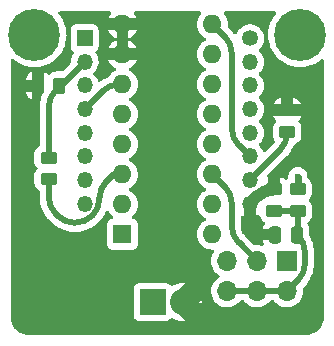
<source format=gbl>
G04 #@! TF.GenerationSoftware,KiCad,Pcbnew,(6.0.2)*
G04 #@! TF.CreationDate,2022-09-28T01:57:45+02:00*
G04 #@! TF.ProjectId,Tiny-Power-Meter,54696e79-2d50-46f7-9765-722d4d657465,rev?*
G04 #@! TF.SameCoordinates,Original*
G04 #@! TF.FileFunction,Copper,L2,Bot*
G04 #@! TF.FilePolarity,Positive*
%FSLAX46Y46*%
G04 Gerber Fmt 4.6, Leading zero omitted, Abs format (unit mm)*
G04 Created by KiCad (PCBNEW (6.0.2)) date 2022-09-28 01:57:45*
%MOMM*%
%LPD*%
G01*
G04 APERTURE LIST*
G04 Aperture macros list*
%AMRoundRect*
0 Rectangle with rounded corners*
0 $1 Rounding radius*
0 $2 $3 $4 $5 $6 $7 $8 $9 X,Y pos of 4 corners*
0 Add a 4 corners polygon primitive as box body*
4,1,4,$2,$3,$4,$5,$6,$7,$8,$9,$2,$3,0*
0 Add four circle primitives for the rounded corners*
1,1,$1+$1,$2,$3*
1,1,$1+$1,$4,$5*
1,1,$1+$1,$6,$7*
1,1,$1+$1,$8,$9*
0 Add four rect primitives between the rounded corners*
20,1,$1+$1,$2,$3,$4,$5,0*
20,1,$1+$1,$4,$5,$6,$7,0*
20,1,$1+$1,$6,$7,$8,$9,0*
20,1,$1+$1,$8,$9,$2,$3,0*%
G04 Aperture macros list end*
G04 #@! TA.AperFunction,ComponentPad*
%ADD10R,2.200000X2.200000*%
G04 #@! TD*
G04 #@! TA.AperFunction,ComponentPad*
%ADD11C,2.200000*%
G04 #@! TD*
G04 #@! TA.AperFunction,ComponentPad*
%ADD12R,1.350000X1.350000*%
G04 #@! TD*
G04 #@! TA.AperFunction,ComponentPad*
%ADD13O,1.350000X1.350000*%
G04 #@! TD*
G04 #@! TA.AperFunction,ComponentPad*
%ADD14C,1.350000*%
G04 #@! TD*
G04 #@! TA.AperFunction,ComponentPad*
%ADD15R,1.700000X1.700000*%
G04 #@! TD*
G04 #@! TA.AperFunction,ComponentPad*
%ADD16O,1.700000X1.700000*%
G04 #@! TD*
G04 #@! TA.AperFunction,ComponentPad*
%ADD17C,0.700000*%
G04 #@! TD*
G04 #@! TA.AperFunction,ComponentPad*
%ADD18C,4.400000*%
G04 #@! TD*
G04 #@! TA.AperFunction,SMDPad,CuDef*
%ADD19RoundRect,0.250000X0.450000X-0.262500X0.450000X0.262500X-0.450000X0.262500X-0.450000X-0.262500X0*%
G04 #@! TD*
G04 #@! TA.AperFunction,SMDPad,CuDef*
%ADD20RoundRect,0.250000X0.262500X0.450000X-0.262500X0.450000X-0.262500X-0.450000X0.262500X-0.450000X0*%
G04 #@! TD*
G04 #@! TA.AperFunction,SMDPad,CuDef*
%ADD21RoundRect,0.250000X-0.450000X0.262500X-0.450000X-0.262500X0.450000X-0.262500X0.450000X0.262500X0*%
G04 #@! TD*
G04 #@! TA.AperFunction,ComponentPad*
%ADD22O,1.600000X1.600000*%
G04 #@! TD*
G04 #@! TA.AperFunction,ComponentPad*
%ADD23R,1.600000X1.600000*%
G04 #@! TD*
G04 #@! TA.AperFunction,SMDPad,CuDef*
%ADD24RoundRect,0.250000X-0.250000X-0.475000X0.250000X-0.475000X0.250000X0.475000X-0.250000X0.475000X0*%
G04 #@! TD*
G04 #@! TA.AperFunction,ViaPad*
%ADD25C,0.600000*%
G04 #@! TD*
G04 #@! TA.AperFunction,Conductor*
%ADD26C,1.000000*%
G04 #@! TD*
G04 #@! TA.AperFunction,Conductor*
%ADD27C,0.600000*%
G04 #@! TD*
G04 #@! TA.AperFunction,Conductor*
%ADD28C,0.500000*%
G04 #@! TD*
G04 APERTURE END LIST*
D10*
X148800000Y-93100000D03*
D11*
X151340000Y-93100000D03*
D12*
X143045000Y-70780000D03*
D13*
X143045000Y-72780000D03*
X143045000Y-74780000D03*
X143045000Y-76780000D03*
X143045000Y-78780000D03*
X143045000Y-80780000D03*
X143045000Y-82780000D03*
X143045000Y-84780000D03*
X157045000Y-84780000D03*
X157045000Y-82780000D03*
X157045000Y-80780000D03*
X157045000Y-78780000D03*
X157045000Y-76780000D03*
X157045000Y-74780000D03*
X157045000Y-72780000D03*
D14*
X157045000Y-70780000D03*
D15*
X160200000Y-89650000D03*
D16*
X160200000Y-92190000D03*
X157660000Y-89650000D03*
X157660000Y-92190000D03*
X155120000Y-89650000D03*
X155120000Y-92190000D03*
D17*
X162466726Y-71666726D03*
X162950000Y-70500000D03*
X162466726Y-69333274D03*
X161300000Y-72150000D03*
X160133274Y-71666726D03*
X161300000Y-68850000D03*
X159650000Y-70500000D03*
D18*
X161300000Y-70500000D03*
D17*
X160133274Y-69333274D03*
X139966726Y-71666726D03*
X140450000Y-70500000D03*
X137633274Y-71666726D03*
X139966726Y-69333274D03*
X137150000Y-70500000D03*
X138800000Y-72150000D03*
X137633274Y-69333274D03*
X138800000Y-68850000D03*
D18*
X138800000Y-70500000D03*
D19*
X160200000Y-78712500D03*
X160200000Y-76887500D03*
X140000000Y-82712500D03*
X140000000Y-80887500D03*
D20*
X140912500Y-74800000D03*
X139087500Y-74800000D03*
D19*
X159100000Y-85412500D03*
X159100000Y-83587500D03*
D21*
X161100000Y-83587500D03*
X161100000Y-85412500D03*
D22*
X153870000Y-87375000D03*
X153870000Y-84835000D03*
X153870000Y-82295000D03*
X153870000Y-79755000D03*
X153870000Y-77215000D03*
X153870000Y-74675000D03*
X153870000Y-72135000D03*
X153870000Y-69595000D03*
X146250000Y-69595000D03*
X146250000Y-72135000D03*
X146250000Y-74675000D03*
X146250000Y-77215000D03*
X146250000Y-79755000D03*
X146250000Y-82295000D03*
X146250000Y-84835000D03*
D23*
X146250000Y-87375000D03*
D24*
X159150000Y-87400000D03*
X161050000Y-87400000D03*
D25*
X145800000Y-92100000D03*
X137260000Y-94950000D03*
X138300000Y-85000000D03*
X161100000Y-82500000D03*
D26*
X157651713Y-84173287D02*
X157045000Y-84780000D01*
X159100000Y-83587500D02*
X159065927Y-83587500D01*
X159065927Y-83587501D02*
G75*
G03*
X157651714Y-84173288I0J-1999999D01*
G01*
D27*
X161100000Y-83587500D02*
X161100000Y-82500000D01*
D28*
X140000000Y-84221573D02*
X140000000Y-82800000D01*
X143714213Y-85785787D02*
X143685786Y-85814214D01*
X140764213Y-85814213D02*
X140585786Y-85635786D01*
X142271573Y-86400000D02*
X142178427Y-86400000D01*
X144300000Y-84328427D02*
X144300000Y-84371573D01*
X146250000Y-82295000D02*
X145505000Y-82295000D01*
X145505000Y-82295000D02*
X144885786Y-82914214D01*
X140764213Y-85814213D02*
G75*
G03*
X142178427Y-86400000I1414214J1414213D01*
G01*
X143714213Y-85785787D02*
G75*
G03*
X144300000Y-84371573I-1414213J1414214D01*
G01*
X140585786Y-85635786D02*
G75*
G02*
X140000000Y-84221573I1414214J1414213D01*
G01*
X144300001Y-84328427D02*
G75*
G02*
X144885787Y-82914215I1999999J0D01*
G01*
X142271573Y-86399999D02*
G75*
G03*
X143685785Y-85814213I0J1999999D01*
G01*
X141000000Y-74800000D02*
X141025000Y-74800000D01*
X140000000Y-76628427D02*
X140000000Y-80800000D01*
X141025000Y-74800000D02*
X143045000Y-72780000D01*
X141000000Y-74800000D02*
X140585786Y-75214214D01*
X140585786Y-75214214D02*
G75*
G03*
X140000000Y-76628427I1414214J-1414213D01*
G01*
X155500000Y-84753427D02*
X155500000Y-86661573D01*
X153870000Y-82295000D02*
X154914214Y-83339214D01*
X156085787Y-88075787D02*
X157660000Y-89650000D01*
X156085787Y-88075787D02*
G75*
G02*
X155500000Y-86661573I1414213J1414214D01*
G01*
X155499999Y-84753427D02*
G75*
G03*
X154914213Y-83339215I-1999999J0D01*
G01*
X160200000Y-78796573D02*
X160200000Y-78712500D01*
X157045000Y-82780000D02*
X159614214Y-80210786D01*
X160199999Y-78796573D02*
G75*
G02*
X159614213Y-80210785I-1999999J0D01*
G01*
X146250000Y-74675000D02*
X145978427Y-74675000D01*
X144564213Y-75260787D02*
X143045000Y-76780000D01*
X144564213Y-75260787D02*
G75*
G02*
X145978427Y-74675000I1414214J-1414213D01*
G01*
X160200000Y-92190000D02*
X157660000Y-92190000D01*
X161050000Y-87400000D02*
X161114214Y-87464214D01*
X161100000Y-87350000D02*
X161050000Y-87400000D01*
X155120000Y-92190000D02*
X157660000Y-92190000D01*
X161100000Y-85412500D02*
X161100000Y-87350000D01*
X161700000Y-88878427D02*
X161700000Y-89861573D01*
X159100000Y-85412500D02*
X161100000Y-85412500D01*
X161114213Y-91275787D02*
X160200000Y-92190000D01*
X161699999Y-88878427D02*
G75*
G03*
X161114213Y-87464215I-1999999J0D01*
G01*
X161114213Y-91275787D02*
G75*
G03*
X161700000Y-89861573I-1414213J1414214D01*
G01*
X153870000Y-69595000D02*
X154914214Y-70639214D01*
X156085787Y-79820787D02*
X157045000Y-80780000D01*
X155500000Y-72053427D02*
X155500000Y-78406573D01*
X156085787Y-79820787D02*
G75*
G02*
X155500000Y-78406573I1414213J1414214D01*
G01*
X154914214Y-70639214D02*
G75*
G02*
X155500000Y-72053427I-1414214J-1414213D01*
G01*
G04 #@! TA.AperFunction,Conductor*
G36*
X145251140Y-68528002D02*
G01*
X145297633Y-68581658D01*
X145307737Y-68651932D01*
X145278243Y-68716512D01*
X145272114Y-68723095D01*
X145248084Y-68747125D01*
X145241028Y-68755533D01*
X145116069Y-68933993D01*
X145110586Y-68943489D01*
X145047591Y-69078583D01*
X145045474Y-69092523D01*
X145049262Y-69095000D01*
X147441949Y-69095000D01*
X147455480Y-69091027D01*
X147456123Y-69086550D01*
X147389414Y-68943489D01*
X147383931Y-68933993D01*
X147258972Y-68755533D01*
X147251916Y-68747125D01*
X147227886Y-68723095D01*
X147193860Y-68660783D01*
X147198925Y-68589968D01*
X147241472Y-68533132D01*
X147307992Y-68508321D01*
X147316981Y-68508000D01*
X152802312Y-68508000D01*
X152870433Y-68528002D01*
X152916926Y-68581658D01*
X152927030Y-68651932D01*
X152897536Y-68716512D01*
X152891407Y-68723095D01*
X152863802Y-68750700D01*
X152732477Y-68938251D01*
X152730154Y-68943233D01*
X152730151Y-68943238D01*
X152663324Y-69086550D01*
X152635716Y-69145757D01*
X152634294Y-69151065D01*
X152634293Y-69151067D01*
X152615500Y-69221204D01*
X152576457Y-69366913D01*
X152556502Y-69595000D01*
X152576457Y-69823087D01*
X152577881Y-69828400D01*
X152577881Y-69828402D01*
X152624542Y-70002540D01*
X152635716Y-70044243D01*
X152638039Y-70049224D01*
X152638039Y-70049225D01*
X152730151Y-70246762D01*
X152730154Y-70246767D01*
X152732477Y-70251749D01*
X152735634Y-70256257D01*
X152855112Y-70426889D01*
X152863802Y-70439300D01*
X153025700Y-70601198D01*
X153030208Y-70604355D01*
X153030211Y-70604357D01*
X153082801Y-70641181D01*
X153213251Y-70732523D01*
X153218233Y-70734846D01*
X153218238Y-70734849D01*
X153252457Y-70750805D01*
X153305742Y-70797722D01*
X153325203Y-70865999D01*
X153304661Y-70933959D01*
X153252457Y-70979195D01*
X153218238Y-70995151D01*
X153218233Y-70995154D01*
X153213251Y-70997477D01*
X153127578Y-71057466D01*
X153030211Y-71125643D01*
X153030208Y-71125645D01*
X153025700Y-71128802D01*
X152863802Y-71290700D01*
X152732477Y-71478251D01*
X152730154Y-71483233D01*
X152730151Y-71483238D01*
X152663324Y-71626550D01*
X152635716Y-71685757D01*
X152634294Y-71691065D01*
X152634293Y-71691067D01*
X152584441Y-71877116D01*
X152576457Y-71906913D01*
X152556502Y-72135000D01*
X152576457Y-72363087D01*
X152577881Y-72368400D01*
X152577881Y-72368402D01*
X152625899Y-72547604D01*
X152635716Y-72584243D01*
X152638039Y-72589224D01*
X152638039Y-72589225D01*
X152730151Y-72786762D01*
X152730154Y-72786767D01*
X152732477Y-72791749D01*
X152863802Y-72979300D01*
X153025700Y-73141198D01*
X153030208Y-73144355D01*
X153030211Y-73144357D01*
X153031972Y-73145590D01*
X153213251Y-73272523D01*
X153218233Y-73274846D01*
X153218238Y-73274849D01*
X153252457Y-73290805D01*
X153305742Y-73337722D01*
X153325203Y-73405999D01*
X153304661Y-73473959D01*
X153252457Y-73519195D01*
X153218238Y-73535151D01*
X153218233Y-73535154D01*
X153213251Y-73537477D01*
X153135617Y-73591837D01*
X153030211Y-73665643D01*
X153030208Y-73665645D01*
X153025700Y-73668802D01*
X152863802Y-73830700D01*
X152860645Y-73835208D01*
X152860643Y-73835211D01*
X152838007Y-73867539D01*
X152732477Y-74018251D01*
X152730154Y-74023233D01*
X152730151Y-74023238D01*
X152703683Y-74080000D01*
X152635716Y-74225757D01*
X152634294Y-74231065D01*
X152634293Y-74231067D01*
X152577881Y-74441598D01*
X152576457Y-74446913D01*
X152556502Y-74675000D01*
X152576457Y-74903087D01*
X152635716Y-75124243D01*
X152638039Y-75129224D01*
X152638039Y-75129225D01*
X152730151Y-75326762D01*
X152730154Y-75326767D01*
X152732477Y-75331749D01*
X152863802Y-75519300D01*
X153025700Y-75681198D01*
X153030208Y-75684355D01*
X153030211Y-75684357D01*
X153076933Y-75717072D01*
X153213251Y-75812523D01*
X153218233Y-75814846D01*
X153218238Y-75814849D01*
X153252457Y-75830805D01*
X153305742Y-75877722D01*
X153325203Y-75945999D01*
X153304661Y-76013959D01*
X153252457Y-76059195D01*
X153218238Y-76075151D01*
X153218233Y-76075154D01*
X153213251Y-76077477D01*
X153140920Y-76128124D01*
X153030211Y-76205643D01*
X153030208Y-76205645D01*
X153025700Y-76208802D01*
X152863802Y-76370700D01*
X152860645Y-76375208D01*
X152860643Y-76375211D01*
X152852038Y-76387500D01*
X152732477Y-76558251D01*
X152730154Y-76563233D01*
X152730151Y-76563238D01*
X152640894Y-76754653D01*
X152635716Y-76765757D01*
X152634294Y-76771065D01*
X152634293Y-76771067D01*
X152580578Y-76971534D01*
X152576457Y-76986913D01*
X152556502Y-77215000D01*
X152576457Y-77443087D01*
X152577881Y-77448400D01*
X152577881Y-77448402D01*
X152624970Y-77624137D01*
X152635716Y-77664243D01*
X152638039Y-77669224D01*
X152638039Y-77669225D01*
X152730151Y-77866762D01*
X152730154Y-77866767D01*
X152732477Y-77871749D01*
X152863802Y-78059300D01*
X153025700Y-78221198D01*
X153030208Y-78224355D01*
X153030211Y-78224357D01*
X153108389Y-78279098D01*
X153213251Y-78352523D01*
X153218233Y-78354846D01*
X153218238Y-78354849D01*
X153252457Y-78370805D01*
X153305742Y-78417722D01*
X153325203Y-78485999D01*
X153304661Y-78553959D01*
X153252457Y-78599195D01*
X153218238Y-78615151D01*
X153218233Y-78615154D01*
X153213251Y-78617477D01*
X153181892Y-78639435D01*
X153030211Y-78745643D01*
X153030208Y-78745645D01*
X153025700Y-78748802D01*
X152863802Y-78910700D01*
X152732477Y-79098251D01*
X152730154Y-79103233D01*
X152730151Y-79103238D01*
X152655451Y-79263435D01*
X152635716Y-79305757D01*
X152634294Y-79311065D01*
X152634293Y-79311067D01*
X152595014Y-79457659D01*
X152576457Y-79526913D01*
X152556502Y-79755000D01*
X152576457Y-79983087D01*
X152577881Y-79988400D01*
X152577881Y-79988402D01*
X152624115Y-80160946D01*
X152635716Y-80204243D01*
X152638039Y-80209224D01*
X152638039Y-80209225D01*
X152730151Y-80406762D01*
X152730154Y-80406767D01*
X152732477Y-80411749D01*
X152778151Y-80476978D01*
X152848794Y-80577866D01*
X152863802Y-80599300D01*
X153025700Y-80761198D01*
X153030208Y-80764355D01*
X153030211Y-80764357D01*
X153068376Y-80791080D01*
X153213251Y-80892523D01*
X153218233Y-80894846D01*
X153218238Y-80894849D01*
X153252457Y-80910805D01*
X153305742Y-80957722D01*
X153325203Y-81025999D01*
X153304661Y-81093959D01*
X153252457Y-81139195D01*
X153218238Y-81155151D01*
X153218233Y-81155154D01*
X153213251Y-81157477D01*
X153108389Y-81230902D01*
X153030211Y-81285643D01*
X153030208Y-81285645D01*
X153025700Y-81288802D01*
X152863802Y-81450700D01*
X152860645Y-81455208D01*
X152860643Y-81455211D01*
X152805902Y-81533389D01*
X152732477Y-81638251D01*
X152730154Y-81643233D01*
X152730151Y-81643238D01*
X152648460Y-81818427D01*
X152635716Y-81845757D01*
X152634294Y-81851065D01*
X152634293Y-81851067D01*
X152599242Y-81981880D01*
X152576457Y-82066913D01*
X152556502Y-82295000D01*
X152576457Y-82523087D01*
X152577881Y-82528400D01*
X152577881Y-82528402D01*
X152632132Y-82730866D01*
X152635716Y-82744243D01*
X152638039Y-82749224D01*
X152638039Y-82749225D01*
X152730151Y-82946762D01*
X152730154Y-82946767D01*
X152732477Y-82951749D01*
X152786324Y-83028650D01*
X152857193Y-83129861D01*
X152863802Y-83139300D01*
X153025700Y-83301198D01*
X153030208Y-83304355D01*
X153030211Y-83304357D01*
X153031381Y-83305176D01*
X153213251Y-83432523D01*
X153218233Y-83434846D01*
X153218238Y-83434849D01*
X153252457Y-83450805D01*
X153305742Y-83497722D01*
X153325203Y-83565999D01*
X153304661Y-83633959D01*
X153252457Y-83679195D01*
X153218238Y-83695151D01*
X153218233Y-83695154D01*
X153213251Y-83697477D01*
X153124628Y-83759532D01*
X153030211Y-83825643D01*
X153030208Y-83825645D01*
X153025700Y-83828802D01*
X152863802Y-83990700D01*
X152860645Y-83995208D01*
X152860643Y-83995211D01*
X152836549Y-84029621D01*
X152732477Y-84178251D01*
X152730154Y-84183233D01*
X152730151Y-84183238D01*
X152664351Y-84324348D01*
X152635716Y-84385757D01*
X152634294Y-84391065D01*
X152634293Y-84391067D01*
X152630318Y-84405901D01*
X152576457Y-84606913D01*
X152556502Y-84835000D01*
X152576457Y-85063087D01*
X152577881Y-85068400D01*
X152577881Y-85068402D01*
X152626899Y-85251336D01*
X152635716Y-85284243D01*
X152638039Y-85289224D01*
X152638039Y-85289225D01*
X152730151Y-85486762D01*
X152730154Y-85486767D01*
X152732477Y-85491749D01*
X152774605Y-85551914D01*
X152859734Y-85673490D01*
X152863802Y-85679300D01*
X153025700Y-85841198D01*
X153030208Y-85844355D01*
X153030211Y-85844357D01*
X153040664Y-85851676D01*
X153213251Y-85972523D01*
X153218233Y-85974846D01*
X153218238Y-85974849D01*
X153252457Y-85990805D01*
X153305742Y-86037722D01*
X153325203Y-86105999D01*
X153304661Y-86173959D01*
X153252457Y-86219195D01*
X153218238Y-86235151D01*
X153218233Y-86235154D01*
X153213251Y-86237477D01*
X153155170Y-86278146D01*
X153030211Y-86365643D01*
X153030208Y-86365645D01*
X153025700Y-86368802D01*
X152863802Y-86530700D01*
X152732477Y-86718251D01*
X152730154Y-86723233D01*
X152730151Y-86723238D01*
X152638039Y-86920775D01*
X152635716Y-86925757D01*
X152634294Y-86931065D01*
X152634293Y-86931067D01*
X152586881Y-87108009D01*
X152576457Y-87146913D01*
X152556502Y-87375000D01*
X152576457Y-87603087D01*
X152577881Y-87608400D01*
X152577881Y-87608402D01*
X152634237Y-87818722D01*
X152635716Y-87824243D01*
X152638039Y-87829224D01*
X152638039Y-87829225D01*
X152730151Y-88026762D01*
X152730154Y-88026767D01*
X152732477Y-88031749D01*
X152763961Y-88076712D01*
X152847461Y-88195962D01*
X152863802Y-88219300D01*
X153025700Y-88381198D01*
X153030208Y-88384355D01*
X153030211Y-88384357D01*
X153062032Y-88406638D01*
X153213251Y-88512523D01*
X153218233Y-88514846D01*
X153218238Y-88514849D01*
X153300687Y-88553295D01*
X153420757Y-88609284D01*
X153426065Y-88610706D01*
X153426067Y-88610707D01*
X153636598Y-88667119D01*
X153636600Y-88667119D01*
X153641913Y-88668543D01*
X153870000Y-88688498D01*
X153875475Y-88688019D01*
X153875485Y-88688019D01*
X153882970Y-88687364D01*
X153952575Y-88701351D01*
X154003568Y-88750750D01*
X154019759Y-88819876D01*
X153998043Y-88883886D01*
X153934743Y-88976680D01*
X153840688Y-89179305D01*
X153780989Y-89394570D01*
X153757251Y-89616695D01*
X153770110Y-89839715D01*
X153771247Y-89844761D01*
X153771248Y-89844767D01*
X153785315Y-89907184D01*
X153819222Y-90057639D01*
X153903266Y-90264616D01*
X153940685Y-90325678D01*
X154017291Y-90450688D01*
X154019987Y-90455088D01*
X154166250Y-90623938D01*
X154338126Y-90766632D01*
X154408595Y-90807811D01*
X154411445Y-90809476D01*
X154460169Y-90861114D01*
X154473240Y-90930897D01*
X154446509Y-90996669D01*
X154406055Y-91030027D01*
X154393607Y-91036507D01*
X154389474Y-91039610D01*
X154389471Y-91039612D01*
X154219100Y-91167530D01*
X154214965Y-91170635D01*
X154060629Y-91332138D01*
X154057720Y-91336403D01*
X154057714Y-91336411D01*
X154018900Y-91393311D01*
X153934743Y-91516680D01*
X153888666Y-91615944D01*
X153843208Y-91713877D01*
X153840688Y-91719305D01*
X153780989Y-91934570D01*
X153757251Y-92156695D01*
X153757548Y-92161848D01*
X153757548Y-92161851D01*
X153763011Y-92256590D01*
X153770110Y-92379715D01*
X153771247Y-92384761D01*
X153771248Y-92384767D01*
X153791119Y-92472939D01*
X153819222Y-92597639D01*
X153903266Y-92804616D01*
X154019987Y-92995088D01*
X154166250Y-93163938D01*
X154338126Y-93306632D01*
X154531000Y-93419338D01*
X154739692Y-93499030D01*
X154744760Y-93500061D01*
X154744763Y-93500062D01*
X154852017Y-93521883D01*
X154958597Y-93543567D01*
X154963772Y-93543757D01*
X154963774Y-93543757D01*
X155176673Y-93551564D01*
X155176677Y-93551564D01*
X155181837Y-93551753D01*
X155186957Y-93551097D01*
X155186959Y-93551097D01*
X155398288Y-93524025D01*
X155398289Y-93524025D01*
X155403416Y-93523368D01*
X155408366Y-93521883D01*
X155612429Y-93460661D01*
X155612434Y-93460659D01*
X155617384Y-93459174D01*
X155817994Y-93360896D01*
X155999860Y-93231173D01*
X156158096Y-93073489D01*
X156210203Y-93000974D01*
X156266198Y-92957326D01*
X156312526Y-92948500D01*
X156462491Y-92948500D01*
X156530612Y-92968502D01*
X156559402Y-92995595D01*
X156559987Y-92995088D01*
X156706250Y-93163938D01*
X156878126Y-93306632D01*
X157071000Y-93419338D01*
X157279692Y-93499030D01*
X157284760Y-93500061D01*
X157284763Y-93500062D01*
X157392017Y-93521883D01*
X157498597Y-93543567D01*
X157503772Y-93543757D01*
X157503774Y-93543757D01*
X157716673Y-93551564D01*
X157716677Y-93551564D01*
X157721837Y-93551753D01*
X157726957Y-93551097D01*
X157726959Y-93551097D01*
X157938288Y-93524025D01*
X157938289Y-93524025D01*
X157943416Y-93523368D01*
X157948366Y-93521883D01*
X158152429Y-93460661D01*
X158152434Y-93460659D01*
X158157384Y-93459174D01*
X158357994Y-93360896D01*
X158539860Y-93231173D01*
X158698096Y-93073489D01*
X158750203Y-93000974D01*
X158806198Y-92957326D01*
X158852526Y-92948500D01*
X159002491Y-92948500D01*
X159070612Y-92968502D01*
X159099402Y-92995595D01*
X159099987Y-92995088D01*
X159246250Y-93163938D01*
X159418126Y-93306632D01*
X159611000Y-93419338D01*
X159819692Y-93499030D01*
X159824760Y-93500061D01*
X159824763Y-93500062D01*
X159932017Y-93521883D01*
X160038597Y-93543567D01*
X160043772Y-93543757D01*
X160043774Y-93543757D01*
X160256673Y-93551564D01*
X160256677Y-93551564D01*
X160261837Y-93551753D01*
X160266957Y-93551097D01*
X160266959Y-93551097D01*
X160478288Y-93524025D01*
X160478289Y-93524025D01*
X160483416Y-93523368D01*
X160488366Y-93521883D01*
X160692429Y-93460661D01*
X160692434Y-93460659D01*
X160697384Y-93459174D01*
X160897994Y-93360896D01*
X161079860Y-93231173D01*
X161238096Y-93073489D01*
X161297594Y-92990689D01*
X161365435Y-92896277D01*
X161368453Y-92892077D01*
X161467430Y-92691811D01*
X161532370Y-92478069D01*
X161561529Y-92256590D01*
X161563156Y-92190000D01*
X161545870Y-91979747D01*
X161560223Y-91910219D01*
X161582351Y-91880330D01*
X161606603Y-91856078D01*
X161619869Y-91844545D01*
X161620831Y-91843820D01*
X161638665Y-91830381D01*
X161653947Y-91815521D01*
X161666157Y-91800226D01*
X161671230Y-91794264D01*
X161834921Y-91613658D01*
X161863223Y-91575498D01*
X161994532Y-91398447D01*
X161996375Y-91395962D01*
X162135714Y-91163490D01*
X162163975Y-91103738D01*
X162250275Y-90921270D01*
X162250275Y-90921269D01*
X162251595Y-90918479D01*
X162342904Y-90663289D01*
X162353740Y-90620031D01*
X162408009Y-90403373D01*
X162408759Y-90400379D01*
X162448528Y-90132280D01*
X162452195Y-90057639D01*
X162456820Y-89963487D01*
X162457413Y-89957576D01*
X162457808Y-89955963D01*
X162458500Y-89944809D01*
X162458500Y-89932379D01*
X162458652Y-89926193D01*
X162459306Y-89912889D01*
X162460380Y-89901542D01*
X162462449Y-89886819D01*
X162462450Y-89886807D01*
X162463001Y-89882886D01*
X162463299Y-89861573D01*
X162459285Y-89825786D01*
X162458500Y-89811742D01*
X162458500Y-88940578D01*
X162459726Y-88923042D01*
X162462452Y-88903648D01*
X162462452Y-88903645D01*
X162463001Y-88899740D01*
X162463299Y-88878427D01*
X162461117Y-88858973D01*
X162460484Y-88851112D01*
X162448679Y-88610810D01*
X162448679Y-88610805D01*
X162448527Y-88607721D01*
X162408758Y-88339622D01*
X162387983Y-88256684D01*
X162343655Y-88079712D01*
X162343652Y-88079702D01*
X162342903Y-88076712D01*
X162326607Y-88031166D01*
X162252635Y-87824429D01*
X162251595Y-87821522D01*
X162135713Y-87576512D01*
X162076426Y-87477597D01*
X162058500Y-87412820D01*
X162058500Y-86874600D01*
X162058163Y-86871350D01*
X162048238Y-86775692D01*
X162048237Y-86775688D01*
X162047526Y-86768834D01*
X162023882Y-86697963D01*
X161993868Y-86608002D01*
X161991550Y-86601054D01*
X161920355Y-86486004D01*
X161901517Y-86417553D01*
X161922678Y-86349784D01*
X161961196Y-86312558D01*
X162018120Y-86277332D01*
X162024348Y-86273478D01*
X162149305Y-86148303D01*
X162154026Y-86140644D01*
X162238275Y-86003968D01*
X162238276Y-86003966D01*
X162242115Y-85997738D01*
X162274841Y-85899071D01*
X162295632Y-85836389D01*
X162295632Y-85836387D01*
X162297797Y-85829861D01*
X162298717Y-85820887D01*
X162305640Y-85753311D01*
X162308500Y-85725400D01*
X162308500Y-85099600D01*
X162307524Y-85090190D01*
X162298238Y-85000692D01*
X162298237Y-85000688D01*
X162297526Y-84993834D01*
X162288218Y-84965933D01*
X162243868Y-84833002D01*
X162241550Y-84826054D01*
X162148478Y-84675652D01*
X162061891Y-84589216D01*
X162027812Y-84526934D01*
X162032815Y-84456114D01*
X162061736Y-84411025D01*
X162144134Y-84328483D01*
X162149305Y-84323303D01*
X162168979Y-84291386D01*
X162238275Y-84178968D01*
X162238276Y-84178966D01*
X162242115Y-84172738D01*
X162297797Y-84004861D01*
X162301741Y-83966373D01*
X162303243Y-83951712D01*
X162308500Y-83900400D01*
X162308500Y-83274600D01*
X162297526Y-83168834D01*
X162286702Y-83136389D01*
X162243868Y-83008002D01*
X162241550Y-83001054D01*
X162148478Y-82850652D01*
X162023303Y-82725695D01*
X162017075Y-82721856D01*
X162017070Y-82721852D01*
X161968383Y-82691841D01*
X161920890Y-82639069D01*
X161908500Y-82584582D01*
X161908500Y-82565676D01*
X161909726Y-82548140D01*
X161912748Y-82526639D01*
X161912748Y-82526636D01*
X161913299Y-82522717D01*
X161913616Y-82500000D01*
X161893397Y-82319745D01*
X161891080Y-82313091D01*
X161836064Y-82155106D01*
X161836062Y-82155103D01*
X161833745Y-82148448D01*
X161737626Y-81994624D01*
X161727762Y-81984691D01*
X161614778Y-81870915D01*
X161614774Y-81870912D01*
X161609815Y-81865918D01*
X161598697Y-81858862D01*
X161534981Y-81818427D01*
X161456666Y-81768727D01*
X161427463Y-81758328D01*
X161292425Y-81710243D01*
X161292420Y-81710242D01*
X161285790Y-81707881D01*
X161278802Y-81707048D01*
X161278799Y-81707047D01*
X161131593Y-81689494D01*
X161105680Y-81686404D01*
X161098677Y-81687140D01*
X161098676Y-81687140D01*
X160932288Y-81704628D01*
X160932286Y-81704629D01*
X160925288Y-81705364D01*
X160753579Y-81763818D01*
X160747575Y-81767512D01*
X160605095Y-81855166D01*
X160605092Y-81855168D01*
X160599088Y-81858862D01*
X160594053Y-81863793D01*
X160594050Y-81863795D01*
X160474525Y-81980843D01*
X160469493Y-81985771D01*
X160371235Y-82138238D01*
X160368826Y-82144858D01*
X160368824Y-82144861D01*
X160361802Y-82164155D01*
X160309197Y-82308685D01*
X160286463Y-82488640D01*
X160289189Y-82516443D01*
X160290899Y-82533882D01*
X160291500Y-82546177D01*
X160291500Y-82584631D01*
X160271498Y-82652752D01*
X160231807Y-82691772D01*
X160175652Y-82726522D01*
X160175271Y-82726904D01*
X160112044Y-82752494D01*
X160042280Y-82739322D01*
X160021497Y-82725991D01*
X160016757Y-82722247D01*
X159878757Y-82637184D01*
X159865576Y-82631037D01*
X159711290Y-82579862D01*
X159697914Y-82576995D01*
X159613523Y-82568348D01*
X159602876Y-82571475D01*
X159601671Y-82572865D01*
X159600000Y-82580548D01*
X159600000Y-83961500D01*
X159579998Y-84029621D01*
X159526342Y-84076114D01*
X159474000Y-84087500D01*
X158726000Y-84087500D01*
X158657879Y-84067498D01*
X158611386Y-84013842D01*
X158600000Y-83961500D01*
X158600000Y-82585116D01*
X158595525Y-82569877D01*
X158586219Y-82561813D01*
X158539545Y-82536327D01*
X158505520Y-82474014D01*
X158510584Y-82403199D01*
X158539545Y-82358136D01*
X160106601Y-80791080D01*
X160119867Y-80779547D01*
X160135506Y-80767762D01*
X160138667Y-80765380D01*
X160141502Y-80762623D01*
X160141508Y-80762618D01*
X160151108Y-80753282D01*
X160151110Y-80753280D01*
X160153948Y-80750520D01*
X160166162Y-80735219D01*
X160171251Y-80729237D01*
X160334921Y-80548656D01*
X160350715Y-80527361D01*
X160494532Y-80333446D01*
X160496375Y-80330961D01*
X160635713Y-80098488D01*
X160700730Y-79961022D01*
X160750271Y-79856278D01*
X160750273Y-79856273D01*
X160751595Y-79853478D01*
X160776764Y-79783135D01*
X160818546Y-79725735D01*
X160855523Y-79706059D01*
X160857667Y-79705344D01*
X160973946Y-79666550D01*
X161124348Y-79573478D01*
X161249305Y-79448303D01*
X161342115Y-79297738D01*
X161382244Y-79176753D01*
X161395632Y-79136389D01*
X161395632Y-79136387D01*
X161397797Y-79129861D01*
X161408500Y-79025400D01*
X161408500Y-78399600D01*
X161407344Y-78388456D01*
X161398238Y-78300692D01*
X161398237Y-78300688D01*
X161397526Y-78293834D01*
X161371993Y-78217301D01*
X161343868Y-78133002D01*
X161341550Y-78126054D01*
X161248478Y-77975652D01*
X161230837Y-77958042D01*
X161161537Y-77888862D01*
X161127458Y-77826579D01*
X161132461Y-77755759D01*
X161161382Y-77710671D01*
X161243739Y-77628171D01*
X161252751Y-77616760D01*
X161337816Y-77478757D01*
X161343963Y-77465576D01*
X161364157Y-77404694D01*
X161364646Y-77390601D01*
X161358435Y-77387500D01*
X159048252Y-77387500D01*
X159034721Y-77391473D01*
X159033740Y-77398299D01*
X159056588Y-77466784D01*
X159062761Y-77479962D01*
X159148063Y-77617807D01*
X159157099Y-77629208D01*
X159238462Y-77710430D01*
X159272541Y-77772713D01*
X159267538Y-77843533D01*
X159238617Y-77888620D01*
X159155870Y-77971512D01*
X159155866Y-77971517D01*
X159150695Y-77976697D01*
X159146855Y-77982927D01*
X159146854Y-77982928D01*
X159099778Y-78059300D01*
X159057885Y-78127262D01*
X159002203Y-78295139D01*
X158991500Y-78399600D01*
X158991500Y-79025400D01*
X158991837Y-79028646D01*
X158991837Y-79028650D01*
X158999059Y-79098251D01*
X159002474Y-79131166D01*
X159058450Y-79298946D01*
X159107990Y-79379001D01*
X159151522Y-79449348D01*
X159149323Y-79450709D01*
X159171407Y-79505288D01*
X159158228Y-79575051D01*
X159141839Y-79599551D01*
X159105544Y-79642047D01*
X159092674Y-79654324D01*
X159092687Y-79654337D01*
X159087631Y-79659254D01*
X159082068Y-79663569D01*
X159077598Y-79669011D01*
X159055244Y-79696225D01*
X159046975Y-79705344D01*
X158358993Y-80393326D01*
X158296681Y-80427352D01*
X158225866Y-80422287D01*
X158169030Y-80379740D01*
X158154799Y-80353970D01*
X158154626Y-80354055D01*
X158058423Y-80158974D01*
X158015240Y-80101144D01*
X157931733Y-79989315D01*
X157931732Y-79989314D01*
X157928280Y-79984691D01*
X157872237Y-79932885D01*
X157806078Y-79871729D01*
X157769633Y-79810800D01*
X157771914Y-79739840D01*
X157811038Y-79682330D01*
X157827053Y-79669011D01*
X157885446Y-79620446D01*
X158024532Y-79453213D01*
X158104138Y-79311067D01*
X158127989Y-79268478D01*
X158127990Y-79268476D01*
X158130813Y-79263435D01*
X158132669Y-79257968D01*
X158132671Y-79257963D01*
X158198874Y-79062935D01*
X158198875Y-79062930D01*
X158200730Y-79057466D01*
X158231941Y-78842205D01*
X158233570Y-78780000D01*
X158213667Y-78563400D01*
X158211005Y-78553959D01*
X158156195Y-78359619D01*
X158154626Y-78354055D01*
X158058423Y-78158974D01*
X158030091Y-78121032D01*
X157931733Y-77989315D01*
X157931732Y-77989314D01*
X157928280Y-77984691D01*
X157806078Y-77871729D01*
X157769633Y-77810800D01*
X157771914Y-77739840D01*
X157811038Y-77682330D01*
X157826796Y-77669225D01*
X157885446Y-77620446D01*
X158024532Y-77453213D01*
X158130813Y-77263435D01*
X158132669Y-77257968D01*
X158132671Y-77257963D01*
X158198874Y-77062935D01*
X158198875Y-77062930D01*
X158200730Y-77057466D01*
X158231941Y-76842205D01*
X158233570Y-76780000D01*
X158213667Y-76563400D01*
X158212035Y-76557611D01*
X158163184Y-76384399D01*
X159035354Y-76384399D01*
X159041565Y-76387500D01*
X159681885Y-76387500D01*
X159697124Y-76383025D01*
X159698329Y-76381635D01*
X159700000Y-76373952D01*
X159700000Y-76369385D01*
X160700000Y-76369385D01*
X160704475Y-76384624D01*
X160705865Y-76385829D01*
X160713548Y-76387500D01*
X161351748Y-76387500D01*
X161365279Y-76383527D01*
X161366260Y-76376701D01*
X161343412Y-76308216D01*
X161337239Y-76295038D01*
X161251937Y-76157193D01*
X161242901Y-76145792D01*
X161128171Y-76031261D01*
X161116760Y-76022249D01*
X160978757Y-75937184D01*
X160965576Y-75931037D01*
X160811290Y-75879862D01*
X160797914Y-75876995D01*
X160713523Y-75868348D01*
X160702876Y-75871475D01*
X160701671Y-75872865D01*
X160700000Y-75880548D01*
X160700000Y-76369385D01*
X159700000Y-76369385D01*
X159700000Y-75885116D01*
X159695525Y-75869877D01*
X159694135Y-75868672D01*
X159690710Y-75867927D01*
X159600794Y-75877257D01*
X159587400Y-75880149D01*
X159433216Y-75931588D01*
X159420038Y-75937761D01*
X159282193Y-76023063D01*
X159270792Y-76032099D01*
X159156261Y-76146829D01*
X159147249Y-76158240D01*
X159062184Y-76296243D01*
X159056037Y-76309424D01*
X159035843Y-76370306D01*
X159035354Y-76384399D01*
X158163184Y-76384399D01*
X158161013Y-76376701D01*
X158154626Y-76354055D01*
X158058423Y-76158974D01*
X158004142Y-76086282D01*
X157931733Y-75989315D01*
X157931732Y-75989314D01*
X157928280Y-75984691D01*
X157906596Y-75964646D01*
X157806078Y-75871729D01*
X157769633Y-75810800D01*
X157771914Y-75739840D01*
X157811038Y-75682330D01*
X157812400Y-75681198D01*
X157885446Y-75620446D01*
X158024532Y-75453213D01*
X158107051Y-75305865D01*
X158127989Y-75268478D01*
X158127990Y-75268476D01*
X158130813Y-75263435D01*
X158132669Y-75257968D01*
X158132671Y-75257963D01*
X158198874Y-75062935D01*
X158198875Y-75062930D01*
X158200730Y-75057466D01*
X158231941Y-74842205D01*
X158233570Y-74780000D01*
X158213667Y-74563400D01*
X158154626Y-74354055D01*
X158058423Y-74158974D01*
X158031863Y-74123405D01*
X157931733Y-73989315D01*
X157931732Y-73989314D01*
X157928280Y-73984691D01*
X157806078Y-73871729D01*
X157769633Y-73810800D01*
X157771914Y-73739840D01*
X157811038Y-73682330D01*
X157834568Y-73662761D01*
X157885446Y-73620446D01*
X158024532Y-73453213D01*
X158124421Y-73274849D01*
X158127989Y-73268478D01*
X158127990Y-73268476D01*
X158130813Y-73263435D01*
X158132669Y-73257968D01*
X158132671Y-73257963D01*
X158198874Y-73062935D01*
X158198875Y-73062930D01*
X158200730Y-73057466D01*
X158231941Y-72842205D01*
X158233570Y-72780000D01*
X158213667Y-72563400D01*
X158206658Y-72538546D01*
X158156195Y-72359619D01*
X158154626Y-72354055D01*
X158058423Y-72158974D01*
X158036433Y-72129525D01*
X157931733Y-71989315D01*
X157931732Y-71989314D01*
X157928280Y-71984691D01*
X157878506Y-71938680D01*
X157806078Y-71871729D01*
X157769633Y-71810800D01*
X157771914Y-71739840D01*
X157811038Y-71682330D01*
X157881008Y-71624137D01*
X157885446Y-71620446D01*
X158024532Y-71453213D01*
X158130813Y-71263435D01*
X158132669Y-71257968D01*
X158132671Y-71257963D01*
X158198874Y-71062935D01*
X158198875Y-71062930D01*
X158200730Y-71057466D01*
X158231941Y-70842205D01*
X158233570Y-70780000D01*
X158213667Y-70563400D01*
X158195787Y-70500000D01*
X158156195Y-70359619D01*
X158154626Y-70354055D01*
X158061983Y-70166193D01*
X158060978Y-70164155D01*
X158058423Y-70158974D01*
X158048604Y-70145824D01*
X157931733Y-69989315D01*
X157931732Y-69989314D01*
X157928280Y-69984691D01*
X157800641Y-69866703D01*
X157772796Y-69840963D01*
X157772793Y-69840961D01*
X157768556Y-69837044D01*
X157584599Y-69720976D01*
X157382572Y-69640376D01*
X157169239Y-69597941D01*
X157163464Y-69597865D01*
X157163460Y-69597865D01*
X157054419Y-69596438D01*
X156951746Y-69595094D01*
X156946049Y-69596073D01*
X156946048Y-69596073D01*
X156743065Y-69630952D01*
X156743062Y-69630953D01*
X156737375Y-69631930D01*
X156533307Y-69707214D01*
X156346376Y-69818427D01*
X156182842Y-69961842D01*
X156179270Y-69966373D01*
X156059799Y-70117921D01*
X156048181Y-70132658D01*
X155946905Y-70325154D01*
X155945192Y-70330671D01*
X155933674Y-70367764D01*
X155894371Y-70426889D01*
X155829342Y-70455379D01*
X155759232Y-70444189D01*
X155712138Y-70405457D01*
X155636769Y-70303833D01*
X155636766Y-70303829D01*
X155634922Y-70301343D01*
X155521430Y-70176124D01*
X155517670Y-70171525D01*
X155516809Y-70170107D01*
X155513102Y-70165909D01*
X155513098Y-70165904D01*
X155510705Y-70163195D01*
X155510703Y-70163193D01*
X155509412Y-70161731D01*
X155500643Y-70152962D01*
X155496382Y-70148487D01*
X155487403Y-70138581D01*
X155480141Y-70129801D01*
X155468808Y-70114762D01*
X155453948Y-70099480D01*
X155450430Y-70096671D01*
X155425803Y-70077012D01*
X155415317Y-70067636D01*
X155205671Y-69857990D01*
X155171645Y-69795678D01*
X155169245Y-69757913D01*
X155183019Y-69600475D01*
X155183498Y-69595000D01*
X155163543Y-69366913D01*
X155124500Y-69221204D01*
X155105707Y-69151067D01*
X155105706Y-69151065D01*
X155104284Y-69145757D01*
X155076676Y-69086550D01*
X155009849Y-68943238D01*
X155009846Y-68943233D01*
X155007523Y-68938251D01*
X154876198Y-68750700D01*
X154848593Y-68723095D01*
X154814567Y-68660783D01*
X154819632Y-68589968D01*
X154862179Y-68533132D01*
X154928699Y-68508321D01*
X154937688Y-68508000D01*
X159162521Y-68508000D01*
X159230642Y-68528002D01*
X159277135Y-68581658D01*
X159287239Y-68651932D01*
X159261061Y-68712522D01*
X159233744Y-68746803D01*
X159084779Y-68933743D01*
X159079991Y-68939751D01*
X158908626Y-69217757D01*
X158771902Y-69514336D01*
X158770741Y-69517940D01*
X158770741Y-69517941D01*
X158762196Y-69544477D01*
X158671797Y-69825192D01*
X158671079Y-69828903D01*
X158671078Y-69828907D01*
X158610482Y-70142105D01*
X158610481Y-70142114D01*
X158609763Y-70145824D01*
X158609496Y-70149600D01*
X158609495Y-70149605D01*
X158587845Y-70455379D01*
X158586698Y-70471585D01*
X158592937Y-70596916D01*
X158599510Y-70728931D01*
X158602936Y-70797759D01*
X158603577Y-70801490D01*
X158603578Y-70801498D01*
X158637871Y-71001069D01*
X158658241Y-71119619D01*
X158659329Y-71123258D01*
X158659330Y-71123261D01*
X158710851Y-71295533D01*
X158751814Y-71432504D01*
X158753327Y-71435975D01*
X158753329Y-71435981D01*
X158784929Y-71508482D01*
X158882297Y-71731881D01*
X158884220Y-71735152D01*
X158884222Y-71735156D01*
X158926584Y-71807215D01*
X159047802Y-72013414D01*
X159050103Y-72016429D01*
X159243631Y-72270012D01*
X159243636Y-72270017D01*
X159245931Y-72273025D01*
X159473814Y-72506953D01*
X159569772Y-72584243D01*
X159725196Y-72709431D01*
X159725201Y-72709435D01*
X159728149Y-72711809D01*
X160005253Y-72884627D01*
X160301112Y-73022903D01*
X160611440Y-73124634D01*
X160931742Y-73188346D01*
X160935514Y-73188633D01*
X160935522Y-73188634D01*
X161253602Y-73212829D01*
X161253607Y-73212829D01*
X161257379Y-73213116D01*
X161583633Y-73198586D01*
X161643425Y-73188634D01*
X161902037Y-73145590D01*
X161902042Y-73145589D01*
X161905778Y-73144967D01*
X162219149Y-73053034D01*
X162222616Y-73051544D01*
X162222620Y-73051543D01*
X162515721Y-72925616D01*
X162515723Y-72925615D01*
X162519205Y-72924119D01*
X162801601Y-72760091D01*
X163041569Y-72578933D01*
X163059221Y-72565607D01*
X163059222Y-72565606D01*
X163062245Y-72563324D01*
X163078552Y-72547604D01*
X163141477Y-72514726D01*
X163212188Y-72521088D01*
X163268235Y-72564669D01*
X163292000Y-72638317D01*
X163292000Y-94350672D01*
X163290500Y-94370056D01*
X163286814Y-94393730D01*
X163287978Y-94402632D01*
X163287978Y-94402634D01*
X163288805Y-94408959D01*
X163289548Y-94434282D01*
X163280837Y-94556080D01*
X163277457Y-94603343D01*
X163274899Y-94621137D01*
X163256752Y-94704560D01*
X163233480Y-94811538D01*
X163228414Y-94828788D01*
X163160318Y-95011358D01*
X163152851Y-95027710D01*
X163059469Y-95198729D01*
X163049752Y-95213848D01*
X162992016Y-95290975D01*
X162932977Y-95369842D01*
X162921204Y-95383428D01*
X162783428Y-95521204D01*
X162769841Y-95532977D01*
X162613848Y-95649752D01*
X162598734Y-95659466D01*
X162493020Y-95717190D01*
X162427710Y-95752851D01*
X162411358Y-95760318D01*
X162228788Y-95828414D01*
X162211540Y-95833479D01*
X162048022Y-95869051D01*
X162021137Y-95874899D01*
X162003342Y-95877457D01*
X161954443Y-95880954D01*
X161841369Y-95889041D01*
X161823467Y-95888297D01*
X161815142Y-95888195D01*
X161806270Y-95886814D01*
X161797368Y-95887978D01*
X161797365Y-95887978D01*
X161774749Y-95890936D01*
X161758411Y-95892000D01*
X138349328Y-95892000D01*
X138329943Y-95890500D01*
X138329661Y-95890456D01*
X138327117Y-95890060D01*
X138315141Y-95888195D01*
X138315139Y-95888195D01*
X138306270Y-95886814D01*
X138297368Y-95887978D01*
X138297366Y-95887978D01*
X138291041Y-95888805D01*
X138265718Y-95889548D01*
X138096657Y-95877457D01*
X138078863Y-95874899D01*
X138051978Y-95869051D01*
X137888460Y-95833479D01*
X137871212Y-95828414D01*
X137688642Y-95760318D01*
X137672290Y-95752851D01*
X137606980Y-95717190D01*
X137501266Y-95659466D01*
X137486152Y-95649752D01*
X137330159Y-95532977D01*
X137316572Y-95521204D01*
X137178796Y-95383428D01*
X137167023Y-95369842D01*
X137107984Y-95290975D01*
X137050248Y-95213848D01*
X137040531Y-95198729D01*
X136947149Y-95027710D01*
X136939682Y-95011358D01*
X136871586Y-94828788D01*
X136866520Y-94811538D01*
X136843249Y-94704560D01*
X136825101Y-94621137D01*
X136822543Y-94603342D01*
X136814160Y-94486123D01*
X136810959Y-94441369D01*
X136811703Y-94423467D01*
X136811805Y-94415142D01*
X136813186Y-94406270D01*
X136811547Y-94393730D01*
X136809064Y-94374749D01*
X136808000Y-94358411D01*
X136808000Y-94248134D01*
X147191500Y-94248134D01*
X147198255Y-94310316D01*
X147249385Y-94446705D01*
X147336739Y-94563261D01*
X147453295Y-94650615D01*
X147589684Y-94701745D01*
X147651866Y-94708500D01*
X149948134Y-94708500D01*
X150010316Y-94701745D01*
X150146705Y-94650615D01*
X150263261Y-94563261D01*
X150321073Y-94486123D01*
X150377932Y-94443608D01*
X150448751Y-94438582D01*
X150487734Y-94454255D01*
X150607149Y-94527433D01*
X150615943Y-94531914D01*
X150839471Y-94624502D01*
X150848856Y-94627551D01*
X151084118Y-94684033D01*
X151093865Y-94685576D01*
X151335070Y-94704560D01*
X151344930Y-94704560D01*
X151498757Y-94692453D01*
X151509634Y-94688308D01*
X151504168Y-94678382D01*
X150445405Y-93619619D01*
X150411379Y-93557307D01*
X150408500Y-93530524D01*
X150408500Y-93101132D01*
X152759412Y-93101132D01*
X152759543Y-93102965D01*
X152763794Y-93109580D01*
X152918220Y-93264006D01*
X152928439Y-93269586D01*
X152932435Y-93258988D01*
X152944560Y-93104930D01*
X152944560Y-93095070D01*
X152932453Y-92941243D01*
X152928308Y-92930366D01*
X152918382Y-92935832D01*
X152767026Y-93087188D01*
X152759412Y-93101132D01*
X150408500Y-93101132D01*
X150408500Y-92669476D01*
X150428502Y-92601355D01*
X150445405Y-92580381D01*
X151504006Y-91521780D01*
X151509586Y-91511561D01*
X151498988Y-91507565D01*
X151344930Y-91495440D01*
X151335070Y-91495440D01*
X151093865Y-91514424D01*
X151084118Y-91515967D01*
X150848856Y-91572449D01*
X150839471Y-91575498D01*
X150615943Y-91668086D01*
X150607149Y-91672567D01*
X150487734Y-91745745D01*
X150419201Y-91764283D01*
X150351524Y-91742827D01*
X150321073Y-91713877D01*
X150268643Y-91643920D01*
X150268642Y-91643919D01*
X150263261Y-91636739D01*
X150146705Y-91549385D01*
X150010316Y-91498255D01*
X149948134Y-91491500D01*
X147651866Y-91491500D01*
X147589684Y-91498255D01*
X147453295Y-91549385D01*
X147336739Y-91636739D01*
X147249385Y-91753295D01*
X147198255Y-91889684D01*
X147191500Y-91951866D01*
X147191500Y-94248134D01*
X136808000Y-94248134D01*
X136808000Y-83025400D01*
X138791500Y-83025400D01*
X138791837Y-83028646D01*
X138791837Y-83028650D01*
X138792567Y-83035680D01*
X138802474Y-83131166D01*
X138804655Y-83137702D01*
X138804655Y-83137704D01*
X138806488Y-83143197D01*
X138858450Y-83298946D01*
X138951522Y-83449348D01*
X138956704Y-83454521D01*
X138985191Y-83482958D01*
X139076697Y-83574305D01*
X139173474Y-83633959D01*
X139181616Y-83638978D01*
X139229109Y-83691750D01*
X139241500Y-83746238D01*
X139241500Y-84165590D01*
X139240506Y-84181382D01*
X139236775Y-84210916D01*
X139238232Y-84225776D01*
X139238677Y-84231834D01*
X139251472Y-84492279D01*
X139291241Y-84760378D01*
X139291991Y-84763372D01*
X139356344Y-85020289D01*
X139356347Y-85020299D01*
X139357096Y-85023289D01*
X139358133Y-85026188D01*
X139358136Y-85026197D01*
X139384246Y-85099168D01*
X139448404Y-85278478D01*
X139449720Y-85281261D01*
X139449724Y-85281270D01*
X139520667Y-85431265D01*
X139564286Y-85523489D01*
X139565869Y-85526130D01*
X139702035Y-85753311D01*
X139702041Y-85753320D01*
X139703624Y-85755961D01*
X139705467Y-85758446D01*
X139861896Y-85969366D01*
X139865078Y-85973657D01*
X139978580Y-86098887D01*
X139982328Y-86103472D01*
X139983191Y-86104893D01*
X139990589Y-86113270D01*
X139999357Y-86122038D01*
X140003618Y-86126513D01*
X140012597Y-86136419D01*
X140019859Y-86145199D01*
X140031192Y-86160238D01*
X140046052Y-86175520D01*
X140049154Y-86177997D01*
X140049157Y-86177999D01*
X140074197Y-86197988D01*
X140084683Y-86207364D01*
X140183922Y-86306603D01*
X140195455Y-86319869D01*
X140209619Y-86338665D01*
X140224479Y-86353947D01*
X140239774Y-86366157D01*
X140245736Y-86371230D01*
X140426342Y-86534921D01*
X140428828Y-86536765D01*
X140428832Y-86536768D01*
X140526798Y-86609424D01*
X140644038Y-86696375D01*
X140876510Y-86835714D01*
X140879288Y-86837028D01*
X140879292Y-86837030D01*
X140939337Y-86865429D01*
X141121521Y-86951595D01*
X141376711Y-87042904D01*
X141639621Y-87108759D01*
X141907720Y-87148528D01*
X141910804Y-87148679D01*
X141910809Y-87148680D01*
X142076513Y-87156820D01*
X142082424Y-87157413D01*
X142084037Y-87157808D01*
X142091462Y-87158269D01*
X142093252Y-87158380D01*
X142093262Y-87158380D01*
X142095191Y-87158500D01*
X142107621Y-87158500D01*
X142113799Y-87158652D01*
X142119440Y-87158929D01*
X142127111Y-87159306D01*
X142138458Y-87160380D01*
X142153181Y-87162449D01*
X142153193Y-87162450D01*
X142157114Y-87163001D01*
X142167650Y-87163148D01*
X142174465Y-87163244D01*
X142174471Y-87163244D01*
X142178427Y-87163299D01*
X142203738Y-87160460D01*
X142235317Y-87160901D01*
X142250260Y-87163001D01*
X142258609Y-87163118D01*
X142267612Y-87163244D01*
X142267618Y-87163244D01*
X142271573Y-87163299D01*
X142291027Y-87161117D01*
X142298887Y-87160484D01*
X142347396Y-87158101D01*
X142539190Y-87148679D01*
X142539195Y-87148679D01*
X142542279Y-87148527D01*
X142810378Y-87108758D01*
X142834179Y-87102796D01*
X143070288Y-87043655D01*
X143070298Y-87043652D01*
X143073288Y-87042903D01*
X143076187Y-87041866D01*
X143076196Y-87041863D01*
X143325571Y-86952635D01*
X143328478Y-86951595D01*
X143331273Y-86950273D01*
X143331278Y-86950271D01*
X143510659Y-86865429D01*
X143573488Y-86835713D01*
X143805961Y-86696375D01*
X143925118Y-86608002D01*
X144021166Y-86536768D01*
X144021170Y-86536765D01*
X144023656Y-86534921D01*
X144148883Y-86421423D01*
X144153467Y-86417675D01*
X144154893Y-86416809D01*
X144163270Y-86409411D01*
X144172053Y-86400628D01*
X144176529Y-86396365D01*
X144186411Y-86387408D01*
X144195196Y-86380143D01*
X144210238Y-86368808D01*
X144225520Y-86353948D01*
X144227995Y-86350848D01*
X144229387Y-86349313D01*
X144238254Y-86340691D01*
X144238665Y-86340381D01*
X144241499Y-86337625D01*
X144241504Y-86337621D01*
X144251106Y-86328284D01*
X144251109Y-86328280D01*
X144253947Y-86325521D01*
X144266157Y-86310226D01*
X144271230Y-86304264D01*
X144434921Y-86123658D01*
X144442626Y-86113270D01*
X144594532Y-85908447D01*
X144596375Y-85905962D01*
X144735714Y-85673490D01*
X144851595Y-85428479D01*
X144851930Y-85428637D01*
X144895316Y-85374797D01*
X144962679Y-85352375D01*
X145031471Y-85369933D01*
X145081373Y-85425046D01*
X145110149Y-85486758D01*
X145110153Y-85486764D01*
X145112477Y-85491749D01*
X145154605Y-85551914D01*
X145239734Y-85673490D01*
X145243802Y-85679300D01*
X145405700Y-85841198D01*
X145410211Y-85844357D01*
X145414424Y-85847892D01*
X145413473Y-85849026D01*
X145453471Y-85899071D01*
X145460776Y-85969690D01*
X145428742Y-86033049D01*
X145367538Y-86069030D01*
X145350483Y-86072082D01*
X145339684Y-86073255D01*
X145203295Y-86124385D01*
X145086739Y-86211739D01*
X144999385Y-86328295D01*
X144948255Y-86464684D01*
X144941500Y-86526866D01*
X144941500Y-88223134D01*
X144948255Y-88285316D01*
X144999385Y-88421705D01*
X145086739Y-88538261D01*
X145203295Y-88625615D01*
X145339684Y-88676745D01*
X145401866Y-88683500D01*
X147098134Y-88683500D01*
X147160316Y-88676745D01*
X147296705Y-88625615D01*
X147413261Y-88538261D01*
X147500615Y-88421705D01*
X147551745Y-88285316D01*
X147558500Y-88223134D01*
X147558500Y-86526866D01*
X147551745Y-86464684D01*
X147500615Y-86328295D01*
X147413261Y-86211739D01*
X147296705Y-86124385D01*
X147160316Y-86073255D01*
X147149526Y-86072083D01*
X147147394Y-86071197D01*
X147144778Y-86070575D01*
X147144879Y-86070152D01*
X147083965Y-86044845D01*
X147043537Y-85986483D01*
X147041078Y-85915529D01*
X147077371Y-85854510D01*
X147086031Y-85847511D01*
X147089793Y-85844354D01*
X147094300Y-85841198D01*
X147256198Y-85679300D01*
X147260267Y-85673490D01*
X147345395Y-85551914D01*
X147387523Y-85491749D01*
X147389846Y-85486767D01*
X147389849Y-85486762D01*
X147481961Y-85289225D01*
X147481961Y-85289224D01*
X147484284Y-85284243D01*
X147493102Y-85251336D01*
X147542119Y-85068402D01*
X147542119Y-85068400D01*
X147543543Y-85063087D01*
X147563498Y-84835000D01*
X147543543Y-84606913D01*
X147489682Y-84405901D01*
X147485707Y-84391067D01*
X147485706Y-84391065D01*
X147484284Y-84385757D01*
X147455649Y-84324348D01*
X147389849Y-84183238D01*
X147389846Y-84183233D01*
X147387523Y-84178251D01*
X147283451Y-84029621D01*
X147259357Y-83995211D01*
X147259355Y-83995208D01*
X147256198Y-83990700D01*
X147094300Y-83828802D01*
X147089792Y-83825645D01*
X147089789Y-83825643D01*
X146995372Y-83759532D01*
X146906749Y-83697477D01*
X146901767Y-83695154D01*
X146901762Y-83695151D01*
X146867543Y-83679195D01*
X146814258Y-83632278D01*
X146794797Y-83564001D01*
X146815339Y-83496041D01*
X146867543Y-83450805D01*
X146901762Y-83434849D01*
X146901767Y-83434846D01*
X146906749Y-83432523D01*
X147088619Y-83305176D01*
X147089789Y-83304357D01*
X147089792Y-83304355D01*
X147094300Y-83301198D01*
X147256198Y-83139300D01*
X147262808Y-83129861D01*
X147333676Y-83028650D01*
X147387523Y-82951749D01*
X147389846Y-82946767D01*
X147389849Y-82946762D01*
X147481961Y-82749225D01*
X147481961Y-82749224D01*
X147484284Y-82744243D01*
X147487869Y-82730866D01*
X147542119Y-82528402D01*
X147542119Y-82528400D01*
X147543543Y-82523087D01*
X147563498Y-82295000D01*
X147543543Y-82066913D01*
X147520758Y-81981880D01*
X147485707Y-81851067D01*
X147485706Y-81851065D01*
X147484284Y-81845757D01*
X147471540Y-81818427D01*
X147389849Y-81643238D01*
X147389846Y-81643233D01*
X147387523Y-81638251D01*
X147314098Y-81533389D01*
X147259357Y-81455211D01*
X147259355Y-81455208D01*
X147256198Y-81450700D01*
X147094300Y-81288802D01*
X147089792Y-81285645D01*
X147089789Y-81285643D01*
X147011611Y-81230902D01*
X146906749Y-81157477D01*
X146901767Y-81155154D01*
X146901762Y-81155151D01*
X146867543Y-81139195D01*
X146814258Y-81092278D01*
X146794797Y-81024001D01*
X146815339Y-80956041D01*
X146867543Y-80910805D01*
X146901762Y-80894849D01*
X146901767Y-80894846D01*
X146906749Y-80892523D01*
X147051624Y-80791080D01*
X147089789Y-80764357D01*
X147089792Y-80764355D01*
X147094300Y-80761198D01*
X147256198Y-80599300D01*
X147271207Y-80577866D01*
X147341849Y-80476978D01*
X147387523Y-80411749D01*
X147389846Y-80406767D01*
X147389849Y-80406762D01*
X147481961Y-80209225D01*
X147481961Y-80209224D01*
X147484284Y-80204243D01*
X147495886Y-80160946D01*
X147542119Y-79988402D01*
X147542119Y-79988400D01*
X147543543Y-79983087D01*
X147563498Y-79755000D01*
X147543543Y-79526913D01*
X147524986Y-79457659D01*
X147485707Y-79311067D01*
X147485706Y-79311065D01*
X147484284Y-79305757D01*
X147464549Y-79263435D01*
X147389849Y-79103238D01*
X147389846Y-79103233D01*
X147387523Y-79098251D01*
X147256198Y-78910700D01*
X147094300Y-78748802D01*
X147089792Y-78745645D01*
X147089789Y-78745643D01*
X146938108Y-78639435D01*
X146906749Y-78617477D01*
X146901767Y-78615154D01*
X146901762Y-78615151D01*
X146867543Y-78599195D01*
X146814258Y-78552278D01*
X146794797Y-78484001D01*
X146815339Y-78416041D01*
X146867543Y-78370805D01*
X146901762Y-78354849D01*
X146901767Y-78354846D01*
X146906749Y-78352523D01*
X147011611Y-78279098D01*
X147089789Y-78224357D01*
X147089792Y-78224355D01*
X147094300Y-78221198D01*
X147256198Y-78059300D01*
X147387523Y-77871749D01*
X147389846Y-77866767D01*
X147389849Y-77866762D01*
X147481961Y-77669225D01*
X147481961Y-77669224D01*
X147484284Y-77664243D01*
X147495031Y-77624137D01*
X147542119Y-77448402D01*
X147542119Y-77448400D01*
X147543543Y-77443087D01*
X147563498Y-77215000D01*
X147543543Y-76986913D01*
X147539422Y-76971534D01*
X147485707Y-76771067D01*
X147485706Y-76771065D01*
X147484284Y-76765757D01*
X147479106Y-76754653D01*
X147389849Y-76563238D01*
X147389846Y-76563233D01*
X147387523Y-76558251D01*
X147267962Y-76387500D01*
X147259357Y-76375211D01*
X147259355Y-76375208D01*
X147256198Y-76370700D01*
X147094300Y-76208802D01*
X147089792Y-76205645D01*
X147089789Y-76205643D01*
X146979080Y-76128124D01*
X146906749Y-76077477D01*
X146901767Y-76075154D01*
X146901762Y-76075151D01*
X146867543Y-76059195D01*
X146814258Y-76012278D01*
X146794797Y-75944001D01*
X146815339Y-75876041D01*
X146867543Y-75830805D01*
X146901762Y-75814849D01*
X146901767Y-75814846D01*
X146906749Y-75812523D01*
X147043067Y-75717072D01*
X147089789Y-75684357D01*
X147089792Y-75684355D01*
X147094300Y-75681198D01*
X147256198Y-75519300D01*
X147387523Y-75331749D01*
X147389846Y-75326767D01*
X147389849Y-75326762D01*
X147481961Y-75129225D01*
X147481961Y-75129224D01*
X147484284Y-75124243D01*
X147543543Y-74903087D01*
X147563498Y-74675000D01*
X147543543Y-74446913D01*
X147542119Y-74441598D01*
X147485707Y-74231067D01*
X147485706Y-74231065D01*
X147484284Y-74225757D01*
X147416317Y-74080000D01*
X147389849Y-74023238D01*
X147389846Y-74023233D01*
X147387523Y-74018251D01*
X147281993Y-73867539D01*
X147259357Y-73835211D01*
X147259355Y-73835208D01*
X147256198Y-73830700D01*
X147094300Y-73668802D01*
X147089792Y-73665645D01*
X147089789Y-73665643D01*
X146984383Y-73591837D01*
X146906749Y-73537477D01*
X146901767Y-73535154D01*
X146901762Y-73535151D01*
X146866951Y-73518919D01*
X146813666Y-73472002D01*
X146794205Y-73403725D01*
X146814747Y-73335765D01*
X146866951Y-73290529D01*
X146901511Y-73274414D01*
X146911007Y-73268931D01*
X147089467Y-73143972D01*
X147097875Y-73136916D01*
X147251916Y-72982875D01*
X147258972Y-72974467D01*
X147383931Y-72796007D01*
X147389414Y-72786511D01*
X147452409Y-72651417D01*
X147454526Y-72637477D01*
X147450738Y-72635000D01*
X145058051Y-72635000D01*
X145044520Y-72638973D01*
X145043877Y-72643450D01*
X145110586Y-72786511D01*
X145116069Y-72796007D01*
X145241028Y-72974467D01*
X145248084Y-72982875D01*
X145402125Y-73136916D01*
X145410533Y-73143972D01*
X145588993Y-73268931D01*
X145598489Y-73274414D01*
X145633049Y-73290529D01*
X145686334Y-73337446D01*
X145705795Y-73405723D01*
X145685253Y-73473683D01*
X145633049Y-73518919D01*
X145598238Y-73535151D01*
X145598233Y-73535154D01*
X145593251Y-73537477D01*
X145515617Y-73591837D01*
X145410211Y-73665643D01*
X145410208Y-73665645D01*
X145405700Y-73668802D01*
X145243802Y-73830700D01*
X145240645Y-73835208D01*
X145240643Y-73835211D01*
X145115633Y-74013743D01*
X145115630Y-74013747D01*
X145112477Y-74018251D01*
X145110152Y-74023238D01*
X145109503Y-74024362D01*
X145058121Y-74073357D01*
X145042830Y-74080000D01*
X144921521Y-74123405D01*
X144755163Y-74202086D01*
X144693888Y-74231067D01*
X144676510Y-74239286D01*
X144444038Y-74378625D01*
X144441553Y-74380468D01*
X144357158Y-74443059D01*
X144290527Y-74467573D01*
X144221221Y-74452172D01*
X144171244Y-74401746D01*
X144160831Y-74376057D01*
X144156194Y-74359616D01*
X144154626Y-74354055D01*
X144058423Y-74158974D01*
X144031863Y-74123405D01*
X143931733Y-73989315D01*
X143931732Y-73989314D01*
X143928280Y-73984691D01*
X143806078Y-73871729D01*
X143769633Y-73810800D01*
X143771914Y-73739840D01*
X143811038Y-73682330D01*
X143834568Y-73662761D01*
X143885446Y-73620446D01*
X144024532Y-73453213D01*
X144124421Y-73274849D01*
X144127989Y-73268478D01*
X144127990Y-73268476D01*
X144130813Y-73263435D01*
X144132669Y-73257968D01*
X144132671Y-73257963D01*
X144198874Y-73062935D01*
X144198875Y-73062930D01*
X144200730Y-73057466D01*
X144231941Y-72842205D01*
X144233570Y-72780000D01*
X144213667Y-72563400D01*
X144206658Y-72538546D01*
X144156195Y-72359619D01*
X144154626Y-72354055D01*
X144058423Y-72158974D01*
X144036433Y-72129525D01*
X143979465Y-72053236D01*
X143954733Y-71986686D01*
X143969907Y-71917330D01*
X144004858Y-71877021D01*
X144076080Y-71823643D01*
X144076081Y-71823642D01*
X144083261Y-71818261D01*
X144170615Y-71701705D01*
X144221745Y-71565316D01*
X144228500Y-71503134D01*
X144228500Y-70103450D01*
X145043877Y-70103450D01*
X145110586Y-70246511D01*
X145116069Y-70256007D01*
X145241028Y-70434467D01*
X145248084Y-70442875D01*
X145402125Y-70596916D01*
X145410533Y-70603972D01*
X145588993Y-70728931D01*
X145598489Y-70734414D01*
X145633641Y-70750805D01*
X145686926Y-70797722D01*
X145706387Y-70865999D01*
X145685845Y-70933959D01*
X145633641Y-70979195D01*
X145598489Y-70995586D01*
X145588993Y-71001069D01*
X145410533Y-71126028D01*
X145402125Y-71133084D01*
X145248084Y-71287125D01*
X145241028Y-71295533D01*
X145116069Y-71473993D01*
X145110586Y-71483489D01*
X145047591Y-71618583D01*
X145045474Y-71632523D01*
X145049262Y-71635000D01*
X145731885Y-71635000D01*
X145747124Y-71630525D01*
X145748329Y-71629135D01*
X145750000Y-71621452D01*
X145750000Y-71616885D01*
X146750000Y-71616885D01*
X146754475Y-71632124D01*
X146755865Y-71633329D01*
X146763548Y-71635000D01*
X147441949Y-71635000D01*
X147455480Y-71631027D01*
X147456123Y-71626550D01*
X147389414Y-71483489D01*
X147383931Y-71473993D01*
X147258972Y-71295533D01*
X147251916Y-71287125D01*
X147097875Y-71133084D01*
X147089467Y-71126028D01*
X146911007Y-71001069D01*
X146901511Y-70995586D01*
X146866359Y-70979195D01*
X146813074Y-70932278D01*
X146793613Y-70864001D01*
X146814155Y-70796041D01*
X146866359Y-70750805D01*
X146901511Y-70734414D01*
X146911007Y-70728931D01*
X147089467Y-70603972D01*
X147097875Y-70596916D01*
X147251916Y-70442875D01*
X147258972Y-70434467D01*
X147383931Y-70256007D01*
X147389414Y-70246511D01*
X147452409Y-70111417D01*
X147454526Y-70097477D01*
X147450738Y-70095000D01*
X146768115Y-70095000D01*
X146752876Y-70099475D01*
X146751671Y-70100865D01*
X146750000Y-70108548D01*
X146750000Y-70786949D01*
X146763469Y-70832820D01*
X146763469Y-70903816D01*
X146750261Y-70932438D01*
X146750000Y-70934201D01*
X146750000Y-71616885D01*
X145750000Y-71616885D01*
X145750000Y-70943051D01*
X145736531Y-70897180D01*
X145736531Y-70826184D01*
X145749739Y-70797562D01*
X145750000Y-70795799D01*
X145750000Y-70113115D01*
X145745525Y-70097876D01*
X145744135Y-70096671D01*
X145736452Y-70095000D01*
X145058051Y-70095000D01*
X145044520Y-70098973D01*
X145043877Y-70103450D01*
X144228500Y-70103450D01*
X144228500Y-70056866D01*
X144221745Y-69994684D01*
X144170615Y-69858295D01*
X144083261Y-69741739D01*
X143966705Y-69654385D01*
X143830316Y-69603255D01*
X143768134Y-69596500D01*
X142321866Y-69596500D01*
X142259684Y-69603255D01*
X142123295Y-69654385D01*
X142006739Y-69741739D01*
X141919385Y-69858295D01*
X141868255Y-69994684D01*
X141861500Y-70056866D01*
X141861500Y-71503134D01*
X141868255Y-71565316D01*
X141919385Y-71701705D01*
X142006739Y-71818261D01*
X142013919Y-71823642D01*
X142085269Y-71877116D01*
X142127784Y-71933975D01*
X142132810Y-72004794D01*
X142108654Y-72055948D01*
X142051755Y-72128124D01*
X142048181Y-72132658D01*
X141946905Y-72325154D01*
X141945192Y-72330671D01*
X141888041Y-72514726D01*
X141882403Y-72532882D01*
X141856837Y-72748887D01*
X141857215Y-72754653D01*
X141862120Y-72829499D01*
X141846616Y-72898782D01*
X141825485Y-72926834D01*
X141197724Y-73554595D01*
X141135412Y-73588621D01*
X141108629Y-73591500D01*
X140599600Y-73591500D01*
X140596354Y-73591837D01*
X140596350Y-73591837D01*
X140500692Y-73601762D01*
X140500688Y-73601763D01*
X140493834Y-73602474D01*
X140487298Y-73604655D01*
X140487296Y-73604655D01*
X140397178Y-73634721D01*
X140326054Y-73658450D01*
X140175652Y-73751522D01*
X140170479Y-73756704D01*
X140088862Y-73838463D01*
X140026579Y-73872542D01*
X139955759Y-73867539D01*
X139910671Y-73838618D01*
X139828171Y-73756261D01*
X139816760Y-73747249D01*
X139678757Y-73662184D01*
X139665576Y-73656037D01*
X139604694Y-73635843D01*
X139590601Y-73635354D01*
X139587500Y-73641565D01*
X139587500Y-75252912D01*
X139569572Y-75317692D01*
X139564286Y-75326511D01*
X139562972Y-75329290D01*
X139562970Y-75329293D01*
X139449724Y-75568730D01*
X139449720Y-75568739D01*
X139448404Y-75571522D01*
X139432857Y-75614973D01*
X139362173Y-75812523D01*
X139357096Y-75826711D01*
X139356347Y-75829701D01*
X139356344Y-75829711D01*
X139314131Y-75998238D01*
X139291241Y-76089622D01*
X139251472Y-76357721D01*
X139251320Y-76360807D01*
X139251320Y-76360811D01*
X139243179Y-76526520D01*
X139242587Y-76532422D01*
X139242192Y-76534037D01*
X139241500Y-76545191D01*
X139241500Y-76557611D01*
X139241348Y-76563795D01*
X139240156Y-76588054D01*
X139239315Y-76597660D01*
X139236775Y-76617770D01*
X139237462Y-76624777D01*
X139237462Y-76624780D01*
X139240899Y-76659829D01*
X139241500Y-76672125D01*
X139241500Y-79853689D01*
X139221498Y-79921810D01*
X139181804Y-79960833D01*
X139075652Y-80026522D01*
X138950695Y-80151697D01*
X138857885Y-80302262D01*
X138802203Y-80470139D01*
X138791500Y-80574600D01*
X138791500Y-81200400D01*
X138791837Y-81203646D01*
X138791837Y-81203650D01*
X138801077Y-81292699D01*
X138802474Y-81306166D01*
X138858450Y-81473946D01*
X138951522Y-81624348D01*
X139032680Y-81705364D01*
X139038109Y-81710784D01*
X139072188Y-81773066D01*
X139067185Y-81843886D01*
X139038264Y-81888975D01*
X138965524Y-81961842D01*
X138950695Y-81976697D01*
X138946855Y-81982927D01*
X138946854Y-81982928D01*
X138939645Y-81994624D01*
X138857885Y-82127262D01*
X138802203Y-82295139D01*
X138801503Y-82301975D01*
X138801502Y-82301978D01*
X138797783Y-82338280D01*
X138791500Y-82399600D01*
X138791500Y-83025400D01*
X136808000Y-83025400D01*
X136808000Y-75309290D01*
X138067927Y-75309290D01*
X138077257Y-75399206D01*
X138080149Y-75412600D01*
X138131588Y-75566784D01*
X138137761Y-75579962D01*
X138223063Y-75717807D01*
X138232099Y-75729208D01*
X138346829Y-75843739D01*
X138358240Y-75852751D01*
X138496243Y-75937816D01*
X138509424Y-75943963D01*
X138570306Y-75964157D01*
X138584399Y-75964646D01*
X138587500Y-75958435D01*
X138587500Y-75318115D01*
X138583025Y-75302876D01*
X138581635Y-75301671D01*
X138573952Y-75300000D01*
X138085116Y-75300000D01*
X138069877Y-75304475D01*
X138068672Y-75305865D01*
X138067927Y-75309290D01*
X136808000Y-75309290D01*
X136808000Y-74286477D01*
X138068348Y-74286477D01*
X138071475Y-74297124D01*
X138072865Y-74298329D01*
X138080548Y-74300000D01*
X138569385Y-74300000D01*
X138584624Y-74295525D01*
X138585829Y-74294135D01*
X138587500Y-74286452D01*
X138587500Y-73648252D01*
X138583527Y-73634721D01*
X138576701Y-73633740D01*
X138508216Y-73656588D01*
X138495038Y-73662761D01*
X138357193Y-73748063D01*
X138345792Y-73757099D01*
X138231261Y-73871829D01*
X138222249Y-73883240D01*
X138137184Y-74021243D01*
X138131037Y-74034424D01*
X138079862Y-74188710D01*
X138076995Y-74202086D01*
X138068348Y-74286477D01*
X136808000Y-74286477D01*
X136808000Y-72636674D01*
X136828002Y-72568553D01*
X136881658Y-72522060D01*
X136951932Y-72511956D01*
X137013037Y-72538546D01*
X137043895Y-72563400D01*
X137225196Y-72709431D01*
X137225201Y-72709435D01*
X137228149Y-72711809D01*
X137505253Y-72884627D01*
X137801112Y-73022903D01*
X138111440Y-73124634D01*
X138431742Y-73188346D01*
X138435514Y-73188633D01*
X138435522Y-73188634D01*
X138753602Y-73212829D01*
X138753607Y-73212829D01*
X138757379Y-73213116D01*
X139083633Y-73198586D01*
X139143425Y-73188634D01*
X139402037Y-73145590D01*
X139402042Y-73145589D01*
X139405778Y-73144967D01*
X139719149Y-73053034D01*
X139722616Y-73051544D01*
X139722620Y-73051543D01*
X140015721Y-72925616D01*
X140015723Y-72925615D01*
X140019205Y-72924119D01*
X140301601Y-72760091D01*
X140541569Y-72578933D01*
X140559221Y-72565607D01*
X140559222Y-72565606D01*
X140562245Y-72563324D01*
X140779329Y-72354055D01*
X140794632Y-72339303D01*
X140794635Y-72339300D01*
X140797363Y-72336670D01*
X140957091Y-72140475D01*
X141001155Y-72086351D01*
X141001158Y-72086347D01*
X141003549Y-72083410D01*
X141094867Y-71938680D01*
X141175788Y-71810428D01*
X141175790Y-71810425D01*
X141177815Y-71807215D01*
X141189420Y-71782721D01*
X141316009Y-71515522D01*
X141317638Y-71512084D01*
X141344188Y-71432504D01*
X141419790Y-71205897D01*
X141419792Y-71205891D01*
X141420992Y-71202293D01*
X141486381Y-70882329D01*
X141487710Y-70865999D01*
X141512674Y-70559061D01*
X141512856Y-70556826D01*
X141513451Y-70500000D01*
X141511510Y-70467796D01*
X141494026Y-70177793D01*
X141494026Y-70177789D01*
X141493798Y-70174015D01*
X141493085Y-70170107D01*
X141435805Y-69856473D01*
X141435804Y-69856469D01*
X141435125Y-69852751D01*
X141427722Y-69828907D01*
X141373531Y-69654385D01*
X141338282Y-69540863D01*
X141204670Y-69242869D01*
X141036226Y-68963084D01*
X141033899Y-68960100D01*
X141033894Y-68960093D01*
X140840010Y-68711487D01*
X140813890Y-68645470D01*
X140827608Y-68575811D01*
X140876809Y-68524627D01*
X140939367Y-68508000D01*
X145183019Y-68508000D01*
X145251140Y-68528002D01*
G37*
G04 #@! TD.AperFunction*
G04 #@! TA.AperFunction,Conductor*
G36*
X157487121Y-84300002D02*
G01*
X157533614Y-84353658D01*
X157545000Y-84406000D01*
X157545000Y-85837848D01*
X157548973Y-85851379D01*
X157551038Y-85851676D01*
X157555134Y-85850288D01*
X157717929Y-85759118D01*
X157718845Y-85760753D01*
X157778241Y-85741302D01*
X157846946Y-85759192D01*
X157895073Y-85811388D01*
X157902032Y-85831313D01*
X157902474Y-85831166D01*
X157958450Y-85998946D01*
X158051522Y-86149348D01*
X158176697Y-86274305D01*
X158182927Y-86278145D01*
X158182928Y-86278146D01*
X158238957Y-86312683D01*
X158286451Y-86365456D01*
X158297874Y-86435527D01*
X158280101Y-86486058D01*
X158212186Y-86596238D01*
X158206037Y-86609424D01*
X158154862Y-86763710D01*
X158151995Y-86777086D01*
X158142328Y-86871438D01*
X158142000Y-86877855D01*
X158142000Y-86881885D01*
X158146475Y-86897124D01*
X158147865Y-86898329D01*
X158155548Y-86900000D01*
X159524000Y-86900000D01*
X159592121Y-86920002D01*
X159638614Y-86973658D01*
X159650000Y-87026000D01*
X159650000Y-87774000D01*
X159629998Y-87842121D01*
X159576342Y-87888614D01*
X159524000Y-87900000D01*
X158160116Y-87900000D01*
X158144877Y-87904475D01*
X158143672Y-87905865D01*
X158142001Y-87913548D01*
X158142001Y-87922095D01*
X158142338Y-87928614D01*
X158152257Y-88024206D01*
X158155149Y-88037600D01*
X158204570Y-88185734D01*
X158207154Y-88256684D01*
X158170970Y-88317767D01*
X158107506Y-88349592D01*
X158042987Y-88344383D01*
X158013091Y-88333796D01*
X158013083Y-88333794D01*
X158008212Y-88332069D01*
X158003119Y-88331162D01*
X158003116Y-88331161D01*
X157793373Y-88293800D01*
X157793367Y-88293799D01*
X157788284Y-88292894D01*
X157717770Y-88292033D01*
X157570082Y-88290228D01*
X157570080Y-88290228D01*
X157564911Y-88290165D01*
X157541156Y-88293800D01*
X157461385Y-88306006D01*
X157391023Y-88296538D01*
X157353232Y-88270551D01*
X156661716Y-87579035D01*
X156651258Y-87567173D01*
X156633004Y-87543641D01*
X156617164Y-87530630D01*
X156601335Y-87515102D01*
X156502043Y-87398846D01*
X156490427Y-87382857D01*
X156398998Y-87233657D01*
X156390022Y-87216042D01*
X156323058Y-87054379D01*
X156316948Y-87035574D01*
X156277543Y-86871438D01*
X156276100Y-86865428D01*
X156273007Y-86845901D01*
X156263353Y-86723238D01*
X156262248Y-86709195D01*
X156262232Y-86689641D01*
X156262450Y-86686804D01*
X156263001Y-86682886D01*
X156263299Y-86661573D01*
X156259285Y-86625786D01*
X156258500Y-86611742D01*
X156258500Y-85913089D01*
X156278502Y-85844968D01*
X156332158Y-85798475D01*
X156402432Y-85788371D01*
X156454503Y-85808324D01*
X156473305Y-85820887D01*
X156483412Y-85826375D01*
X156528356Y-85845684D01*
X156542356Y-85847375D01*
X156545000Y-85843048D01*
X156545000Y-84406000D01*
X156565002Y-84337879D01*
X156618658Y-84291386D01*
X156671000Y-84280000D01*
X157419000Y-84280000D01*
X157487121Y-84300002D01*
G37*
G04 #@! TD.AperFunction*
M02*

</source>
